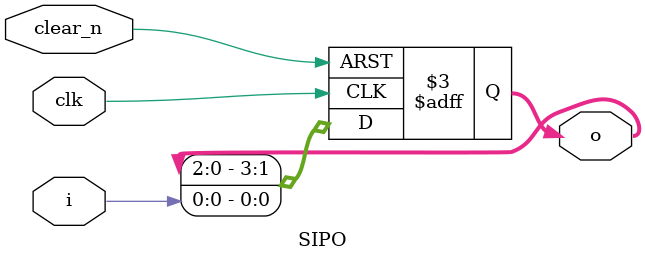
<source format=v>
`timescale 1ns / 1ps


module SIPO #(parameter size=4) (
    output reg [size-1:0]o,
    input clk,
    input clear_n,
    input i
    );
    always@(posedge clk or negedge clear_n)
    begin
        if(!clear_n)
            o <= 0;
        else
            o <= {o[size-2:0], i};
    end
endmodule
</source>
